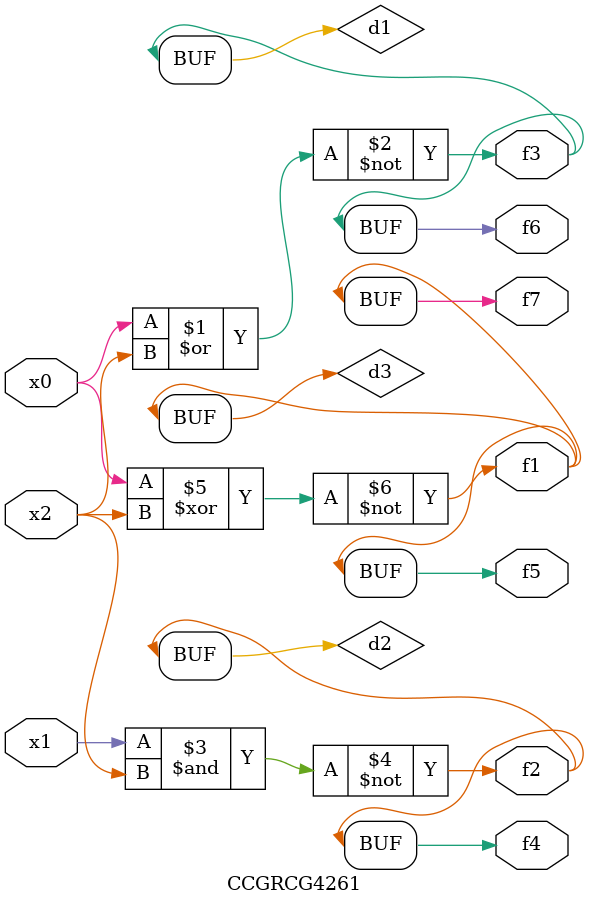
<source format=v>
module CCGRCG4261(
	input x0, x1, x2,
	output f1, f2, f3, f4, f5, f6, f7
);

	wire d1, d2, d3;

	nor (d1, x0, x2);
	nand (d2, x1, x2);
	xnor (d3, x0, x2);
	assign f1 = d3;
	assign f2 = d2;
	assign f3 = d1;
	assign f4 = d2;
	assign f5 = d3;
	assign f6 = d1;
	assign f7 = d3;
endmodule

</source>
